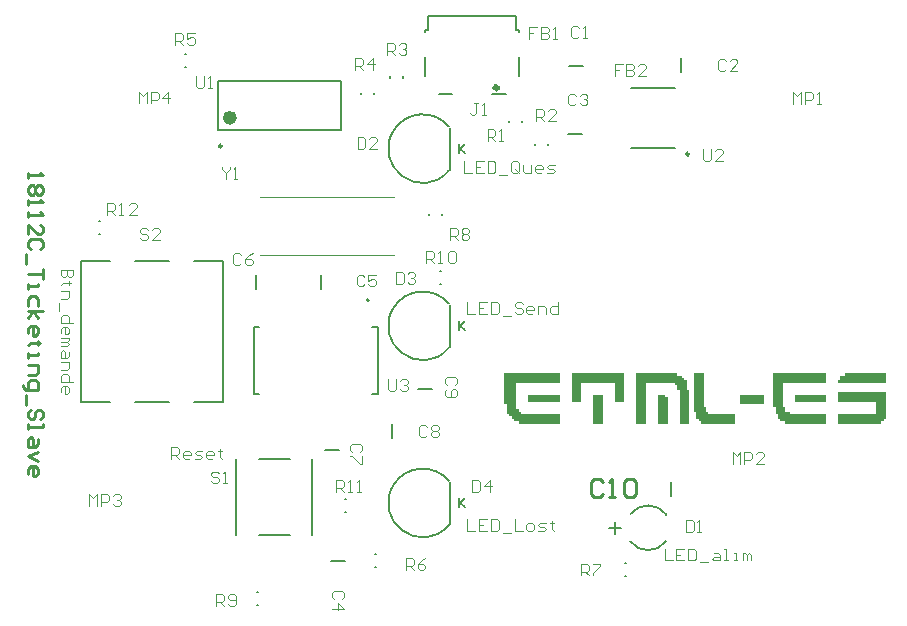
<source format=gbr>
%TF.GenerationSoftware,Altium Limited,Altium Designer,21.6.1 (37)*%
G04 Layer_Color=65535*
%FSLAX43Y43*%
%MOMM*%
%TF.SameCoordinates,1E6E8873-E5BF-4629-9129-2C513CDE5FDC*%
%TF.FilePolarity,Positive*%
%TF.FileFunction,Legend,Top*%
%TF.Part,Single*%
G01*
G75*
%TA.AperFunction,NonConductor*%
%ADD41C,0.200*%
%ADD42C,0.250*%
%ADD43C,0.600*%
%ADD44C,0.400*%
%ADD45C,0.127*%
%ADD46C,0.100*%
%ADD47C,0.150*%
%ADD48C,0.152*%
%ADD49C,0.254*%
G36*
X53492Y21514D02*
Y21311D01*
Y21107D01*
Y20904D01*
Y20701D01*
Y20498D01*
Y20295D01*
Y20091D01*
Y19888D01*
Y19685D01*
Y19482D01*
Y19279D01*
X52680D01*
Y19482D01*
Y19685D01*
Y19888D01*
Y20091D01*
Y20295D01*
Y20498D01*
Y20701D01*
Y20904D01*
X49835D01*
Y20701D01*
Y20498D01*
Y20295D01*
Y20091D01*
Y19888D01*
Y19685D01*
Y19482D01*
Y19279D01*
X49022D01*
Y19482D01*
Y19685D01*
Y19888D01*
Y20091D01*
Y20295D01*
Y20498D01*
Y20701D01*
Y20904D01*
Y21107D01*
Y21311D01*
Y21514D01*
Y21717D01*
X53492D01*
Y21514D01*
D02*
G37*
G36*
X48006Y19685D02*
Y19482D01*
Y19279D01*
X45364D01*
Y19482D01*
Y19685D01*
Y19888D01*
X48006D01*
Y19685D01*
D02*
G37*
G36*
X57963Y21514D02*
X58369D01*
Y21311D01*
X58572D01*
Y21107D01*
X58776D01*
Y20904D01*
Y20701D01*
Y20498D01*
Y20295D01*
X58979D01*
Y20091D01*
Y19888D01*
Y19685D01*
Y19482D01*
Y19279D01*
Y19075D01*
Y18872D01*
Y18669D01*
Y18466D01*
Y18263D01*
Y18059D01*
Y17856D01*
Y17653D01*
Y17450D01*
X58166D01*
Y17653D01*
Y17856D01*
Y18059D01*
Y18263D01*
Y18466D01*
Y18669D01*
Y18872D01*
Y19075D01*
Y19279D01*
Y19482D01*
Y19685D01*
Y19888D01*
Y20091D01*
Y20295D01*
X57963D01*
Y20498D01*
Y20701D01*
X57760D01*
Y20904D01*
X55321D01*
Y20701D01*
Y20498D01*
Y20295D01*
Y20091D01*
Y19888D01*
Y19685D01*
Y19482D01*
Y19279D01*
Y19075D01*
Y18872D01*
Y18669D01*
Y18466D01*
Y18263D01*
Y18059D01*
Y17856D01*
Y17653D01*
Y17450D01*
X54508D01*
Y17653D01*
Y17856D01*
Y18059D01*
Y18263D01*
Y18466D01*
Y18669D01*
Y18872D01*
Y19075D01*
Y19279D01*
Y19482D01*
Y19685D01*
Y19888D01*
Y20091D01*
Y20295D01*
Y20498D01*
Y20701D01*
Y20904D01*
Y21107D01*
Y21311D01*
Y21514D01*
Y21717D01*
X57963D01*
Y21514D01*
D02*
G37*
G36*
X56947Y19685D02*
X57150D01*
Y19482D01*
Y19279D01*
Y19075D01*
Y18872D01*
Y18669D01*
Y18466D01*
Y18263D01*
Y18059D01*
Y17856D01*
Y17653D01*
Y17450D01*
X56337D01*
Y17653D01*
Y17856D01*
Y18059D01*
Y18263D01*
Y18466D01*
Y18669D01*
Y18872D01*
Y19075D01*
Y19279D01*
Y19482D01*
Y19685D01*
Y19888D01*
X56947D01*
Y19685D01*
D02*
G37*
G36*
X51664D02*
Y19482D01*
Y19279D01*
Y19075D01*
Y18872D01*
Y18669D01*
Y18466D01*
Y18263D01*
Y18059D01*
Y17856D01*
Y17653D01*
Y17450D01*
X50851D01*
Y17653D01*
Y17856D01*
Y18059D01*
Y18263D01*
Y18466D01*
Y18669D01*
Y18872D01*
Y19075D01*
Y19279D01*
Y19482D01*
Y19685D01*
Y19888D01*
X51664D01*
Y19685D01*
D02*
G37*
G36*
X48006Y21514D02*
Y21311D01*
Y21107D01*
Y20904D01*
X44348D01*
Y20701D01*
Y20498D01*
Y20295D01*
Y20091D01*
Y19888D01*
Y19685D01*
Y19482D01*
Y19279D01*
Y19075D01*
Y18872D01*
Y18669D01*
X44552D01*
Y18466D01*
X44755D01*
Y18263D01*
X48006D01*
Y18059D01*
Y17856D01*
Y17653D01*
Y17450D01*
X44552D01*
Y17653D01*
X44145D01*
Y17856D01*
X43942D01*
Y18059D01*
X43739D01*
Y18263D01*
X43536D01*
Y18466D01*
Y18669D01*
Y18872D01*
Y19075D01*
X43332D01*
Y19279D01*
Y19482D01*
Y19685D01*
Y19888D01*
Y20091D01*
Y20295D01*
Y20498D01*
Y20701D01*
Y20904D01*
Y21107D01*
Y21311D01*
Y21514D01*
Y21717D01*
X48006D01*
Y21514D01*
D02*
G37*
G36*
X75641D02*
Y21311D01*
Y21107D01*
Y20904D01*
X71577D01*
Y21107D01*
X71780D01*
Y21311D01*
Y21514D01*
X72187D01*
Y21717D01*
X75641D01*
Y21514D01*
D02*
G37*
G36*
X70561Y19685D02*
Y19482D01*
Y19279D01*
X67920D01*
Y19482D01*
Y19685D01*
Y19888D01*
X70561D01*
Y19685D01*
D02*
G37*
G36*
X65278D02*
Y19482D01*
Y19279D01*
Y19075D01*
X63246D01*
Y19279D01*
Y19482D01*
Y19685D01*
Y19888D01*
X65278D01*
Y19685D01*
D02*
G37*
G36*
X75641Y19888D02*
Y19685D01*
Y19482D01*
Y19279D01*
Y19075D01*
Y18872D01*
Y18669D01*
Y18466D01*
Y18263D01*
Y18059D01*
Y17856D01*
X75438D01*
Y17653D01*
X75235D01*
Y17450D01*
X71577D01*
Y17653D01*
Y17856D01*
Y18059D01*
Y18263D01*
X74828D01*
Y18466D01*
Y18669D01*
Y18872D01*
Y19075D01*
Y19279D01*
X71577D01*
Y19482D01*
Y19685D01*
Y19888D01*
Y20091D01*
X75641D01*
Y19888D01*
D02*
G37*
G36*
X70561Y21514D02*
Y21311D01*
Y21107D01*
Y20904D01*
X66904D01*
Y20701D01*
Y20498D01*
Y20295D01*
Y20091D01*
Y19888D01*
Y19685D01*
Y19482D01*
Y19279D01*
Y19075D01*
Y18872D01*
X67107D01*
Y18669D01*
Y18466D01*
X67513D01*
Y18263D01*
X70561D01*
Y18059D01*
Y17856D01*
Y17653D01*
Y17450D01*
X67107D01*
Y17653D01*
X66700D01*
Y17856D01*
X66497D01*
Y18059D01*
Y18263D01*
X66294D01*
Y18466D01*
Y18669D01*
Y18872D01*
X66091D01*
Y19075D01*
Y19279D01*
Y19482D01*
Y19685D01*
Y19888D01*
Y20091D01*
Y20295D01*
Y20498D01*
Y20701D01*
Y20904D01*
Y21107D01*
Y21311D01*
Y21514D01*
Y21717D01*
X70561D01*
Y21514D01*
D02*
G37*
G36*
X60198D02*
Y21311D01*
Y21107D01*
Y20904D01*
Y20701D01*
Y20498D01*
Y20295D01*
Y20091D01*
Y19888D01*
Y19685D01*
Y19482D01*
Y19279D01*
Y19075D01*
Y18872D01*
X60401D01*
Y18669D01*
Y18466D01*
X60604D01*
Y18263D01*
X62840D01*
Y18059D01*
Y17856D01*
Y17653D01*
Y17450D01*
X59995D01*
Y17653D01*
X59792D01*
Y17856D01*
X59588D01*
Y18059D01*
Y18263D01*
Y18466D01*
X59385D01*
Y18669D01*
Y18872D01*
Y19075D01*
Y19279D01*
Y19482D01*
Y19685D01*
Y19888D01*
Y20091D01*
Y20295D01*
Y20498D01*
Y20701D01*
Y20904D01*
Y21107D01*
Y21311D01*
Y21514D01*
Y21717D01*
X60198D01*
Y21514D01*
D02*
G37*
D41*
X31852Y27895D02*
G03*
X31852Y27895I-100J0D01*
G01*
X38638Y12603D02*
G03*
X33940Y12266I-2228J-1857D01*
G01*
X34041Y12419D02*
G03*
X38649Y8903I2369J-1672D01*
G01*
X38638Y27603D02*
G03*
X33940Y27266I-2228J-1857D01*
G01*
X34041Y27419D02*
G03*
X38649Y23903I2369J-1672D01*
G01*
X38638Y42603D02*
G03*
X33940Y42266I-2228J-1857D01*
G01*
X34041Y42419D02*
G03*
X38649Y38903I2369J-1672D01*
G01*
X57019Y9776D02*
G03*
X53987Y9787I-1520J-1140D01*
G01*
X53987Y7485D02*
G03*
X57019Y7496I1512J1151D01*
G01*
X57400Y11311D02*
Y12511D01*
X37884Y30395D02*
X37984D01*
X37884Y29295D02*
X37984D01*
X32335Y6392D02*
X32435D01*
X32335Y5292D02*
X32435D01*
X28610Y5842D02*
X29810D01*
X22390Y2117D02*
X22490D01*
X22390Y3217D02*
X22490D01*
X22300Y28849D02*
Y30049D01*
X27835Y28849D02*
Y30049D01*
X54050Y45882D02*
X57750D01*
X54050Y40782D02*
X57750D01*
X16250Y48763D02*
X16350D01*
X16250Y47662D02*
X16350D01*
X31150Y45350D02*
Y45450D01*
X32250Y45350D02*
Y45450D01*
X33657Y46750D02*
Y46850D01*
X34757Y46750D02*
Y46850D01*
X29487Y42350D02*
Y46450D01*
X19087Y42350D02*
Y46450D01*
X29487D01*
X19087Y42350D02*
X29487D01*
X7510Y19246D02*
Y31246D01*
X19510Y19246D02*
Y31246D01*
X7510Y19246D02*
X9950D01*
X12080D02*
X14940D01*
X17070D02*
X19510D01*
X17070Y31246D02*
X19510D01*
X12080D02*
X14940D01*
X7510D02*
X9950D01*
X22540Y8065D02*
X25140D01*
X22540Y14465D02*
X25140D01*
X20640Y8065D02*
Y14465D01*
X27040Y8065D02*
Y14465D01*
X8967Y33486D02*
X9067D01*
X8967Y34586D02*
X9067D01*
X29853Y11050D02*
X29953D01*
X29853Y9950D02*
X29953D01*
X36915Y35129D02*
Y35229D01*
X38015Y35129D02*
Y35229D01*
X53544Y5630D02*
X53644D01*
X53544Y4530D02*
X53644D01*
X45900Y41013D02*
Y41113D01*
X47000Y41013D02*
Y41113D01*
X43694Y42957D02*
Y43057D01*
X44794Y42957D02*
Y43057D01*
X38696Y8968D02*
Y12524D01*
Y23968D02*
Y27524D01*
Y38968D02*
Y42524D01*
X52709Y8136D02*
Y9136D01*
X52209Y8636D02*
X53209D01*
X57019Y9776D02*
X57023Y9721D01*
X57019Y7496D02*
X57023Y7551D01*
X28135Y15240D02*
X29335D01*
X36000Y20407D02*
X37200D01*
X33845Y16220D02*
Y17420D01*
X48684Y41963D02*
X49884D01*
X58300Y47200D02*
Y48400D01*
X48784Y47700D02*
X49984D01*
D42*
X58975Y40282D02*
G03*
X58975Y40282I-125J0D01*
G01*
X19412Y40950D02*
G03*
X19412Y40950I-125J0D01*
G01*
D43*
X20387Y43350D02*
G03*
X20387Y43350I-300J0D01*
G01*
D44*
X42783Y45891D02*
G03*
X42783Y45891I-141J0D01*
G01*
D45*
X32607Y20000D02*
Y25600D01*
X22107Y20000D02*
Y25600D01*
X32147D02*
X32607D01*
X32147Y20000D02*
X32607D01*
X22107Y25600D02*
X22567D01*
X22107Y20000D02*
X22567D01*
D46*
X22621Y31750D02*
X34021D01*
X22621Y36650D02*
X34021D01*
X40200Y9366D02*
Y8367D01*
X40866D01*
X41866Y9366D02*
X41200D01*
Y8367D01*
X41866D01*
X41200Y8866D02*
X41533D01*
X42199Y9366D02*
Y8367D01*
X42699D01*
X42866Y8533D01*
Y9200D01*
X42699Y9366D01*
X42199D01*
X43199Y8200D02*
X43865D01*
X44199Y9366D02*
Y8367D01*
X44865D01*
X45365D02*
X45698D01*
X45865Y8533D01*
Y8866D01*
X45698Y9033D01*
X45365D01*
X45198Y8866D01*
Y8533D01*
X45365Y8367D01*
X46198D02*
X46698D01*
X46865Y8533D01*
X46698Y8700D01*
X46365D01*
X46198Y8866D01*
X46365Y9033D01*
X46865D01*
X47364Y9200D02*
Y9033D01*
X47198D01*
X47531D01*
X47364D01*
Y8533D01*
X47531Y8367D01*
X40200Y27720D02*
Y26720D01*
X40866D01*
X41866Y27720D02*
X41200D01*
Y26720D01*
X41866D01*
X41200Y27220D02*
X41533D01*
X42199Y27720D02*
Y26720D01*
X42699D01*
X42866Y26887D01*
Y27553D01*
X42699Y27720D01*
X42199D01*
X43199Y26554D02*
X43865D01*
X44865Y27553D02*
X44699Y27720D01*
X44365D01*
X44199Y27553D01*
Y27387D01*
X44365Y27220D01*
X44699D01*
X44865Y27054D01*
Y26887D01*
X44699Y26720D01*
X44365D01*
X44199Y26887D01*
X45698Y26720D02*
X45365D01*
X45198Y26887D01*
Y27220D01*
X45365Y27387D01*
X45698D01*
X45865Y27220D01*
Y27054D01*
X45198D01*
X46198Y26720D02*
Y27387D01*
X46698D01*
X46865Y27220D01*
Y26720D01*
X47864Y27720D02*
Y26720D01*
X47364D01*
X47198Y26887D01*
Y27220D01*
X47364Y27387D01*
X47864D01*
X15100Y14500D02*
Y15500D01*
X15600D01*
X15766Y15333D01*
Y15000D01*
X15600Y14833D01*
X15100D01*
X15433D02*
X15766Y14500D01*
X16600D02*
X16266D01*
X16100Y14667D01*
Y15000D01*
X16266Y15166D01*
X16600D01*
X16766Y15000D01*
Y14833D01*
X16100D01*
X17099Y14500D02*
X17599D01*
X17766Y14667D01*
X17599Y14833D01*
X17266D01*
X17099Y15000D01*
X17266Y15166D01*
X17766D01*
X18599Y14500D02*
X18266D01*
X18099Y14667D01*
Y15000D01*
X18266Y15166D01*
X18599D01*
X18765Y15000D01*
Y14833D01*
X18099D01*
X19265Y15333D02*
Y15166D01*
X19099D01*
X19432D01*
X19265D01*
Y14667D01*
X19432Y14500D01*
X6766Y30500D02*
X5767D01*
Y30000D01*
X5933Y29834D01*
X6100D01*
X6266Y30000D01*
Y30500D01*
Y30000D01*
X6433Y29834D01*
X6600D01*
X6766Y30000D01*
Y30500D01*
X6600Y29334D02*
X6433D01*
Y29500D01*
Y29167D01*
Y29334D01*
X5933D01*
X5767Y29167D01*
Y28667D02*
X6433D01*
Y28167D01*
X6266Y28001D01*
X5767D01*
X5600Y27668D02*
Y27001D01*
X6766Y26001D02*
X5767D01*
Y26501D01*
X5933Y26668D01*
X6266D01*
X6433Y26501D01*
Y26001D01*
X5767Y25168D02*
Y25502D01*
X5933Y25668D01*
X6266D01*
X6433Y25502D01*
Y25168D01*
X6266Y25002D01*
X6100D01*
Y25668D01*
X5767Y24669D02*
X6433D01*
Y24502D01*
X6266Y24335D01*
X5767D01*
X6266D01*
X6433Y24169D01*
X6266Y24002D01*
X5767D01*
X6433Y23502D02*
Y23169D01*
X6266Y23002D01*
X5767D01*
Y23502D01*
X5933Y23669D01*
X6100Y23502D01*
Y23002D01*
X5767Y22669D02*
X6433D01*
Y22169D01*
X6266Y22003D01*
X5767D01*
X6766Y21003D02*
X5767D01*
Y21503D01*
X5933Y21670D01*
X6266D01*
X6433Y21503D01*
Y21003D01*
X5767Y20170D02*
Y20503D01*
X5933Y20670D01*
X6266D01*
X6433Y20503D01*
Y20170D01*
X6266Y20003D01*
X6100D01*
Y20670D01*
X39910Y39688D02*
Y38688D01*
X40577D01*
X41576Y39688D02*
X40910D01*
Y38688D01*
X41576D01*
X40910Y39188D02*
X41243D01*
X41909Y39688D02*
Y38688D01*
X42409D01*
X42576Y38854D01*
Y39521D01*
X42409Y39688D01*
X41909D01*
X42909Y38521D02*
X43576D01*
X44575Y38854D02*
Y39521D01*
X44409Y39688D01*
X44075D01*
X43909Y39521D01*
Y38854D01*
X44075Y38688D01*
X44409D01*
X44242Y39021D02*
X44575Y38688D01*
X44409D02*
X44575Y38854D01*
X44908Y39354D02*
Y38854D01*
X45075Y38688D01*
X45575D01*
Y39354D01*
X46408Y38688D02*
X46075D01*
X45908Y38854D01*
Y39188D01*
X46075Y39354D01*
X46408D01*
X46575Y39188D01*
Y39021D01*
X45908D01*
X46908Y38688D02*
X47408D01*
X47574Y38854D01*
X47408Y39021D01*
X47074D01*
X46908Y39188D01*
X47074Y39354D01*
X47574D01*
X56900Y6866D02*
Y5867D01*
X57566D01*
X58566Y6866D02*
X57900D01*
Y5867D01*
X58566D01*
X57900Y6366D02*
X58233D01*
X58899Y6866D02*
Y5867D01*
X59399D01*
X59566Y6033D01*
Y6700D01*
X59399Y6866D01*
X58899D01*
X59899Y5700D02*
X60565D01*
X61065Y6533D02*
X61399D01*
X61565Y6366D01*
Y5867D01*
X61065D01*
X60899Y6033D01*
X61065Y6200D01*
X61565D01*
X61898Y5867D02*
X62232D01*
X62065D01*
Y6866D01*
X61898D01*
X62731Y5867D02*
X63065D01*
X62898D01*
Y6533D01*
X62731D01*
X63565Y5867D02*
Y6533D01*
X63731D01*
X63898Y6366D01*
Y5867D01*
Y6366D01*
X64064Y6533D01*
X64231Y6366D01*
Y5867D01*
X33500Y21200D02*
Y20367D01*
X33667Y20200D01*
X34000D01*
X34166Y20367D01*
Y21200D01*
X34500Y21033D02*
X34666Y21200D01*
X35000D01*
X35166Y21033D01*
Y20866D01*
X35000Y20700D01*
X34833D01*
X35000D01*
X35166Y20533D01*
Y20367D01*
X35000Y20200D01*
X34666D01*
X34500Y20367D01*
X19396Y39200D02*
Y39033D01*
X19729Y38700D01*
X20062Y39033D01*
Y39200D01*
X19729Y38700D02*
Y38200D01*
X20395D02*
X20728D01*
X20562D01*
Y39200D01*
X20395Y39033D01*
X21033Y31747D02*
X20867Y31914D01*
X20534D01*
X20367Y31747D01*
Y31081D01*
X20534Y30914D01*
X20867D01*
X21033Y31081D01*
X22033Y31914D02*
X21700Y31747D01*
X21367Y31414D01*
Y31081D01*
X21533Y30914D01*
X21866D01*
X22033Y31081D01*
Y31248D01*
X21866Y31414D01*
X21367D01*
X31484Y29902D02*
X31318Y30069D01*
X30984D01*
X30818Y29902D01*
Y29236D01*
X30984Y29069D01*
X31318D01*
X31484Y29236D01*
X32484Y30069D02*
X31818D01*
Y29569D01*
X32151Y29736D01*
X32317D01*
X32484Y29569D01*
Y29236D01*
X32317Y29069D01*
X31984D01*
X31818Y29236D01*
X60167Y40700D02*
Y39867D01*
X60334Y39700D01*
X60667D01*
X60833Y39867D01*
Y40700D01*
X61833Y39700D02*
X61167D01*
X61833Y40367D01*
Y40533D01*
X61666Y40700D01*
X61333D01*
X61167Y40533D01*
X34981Y5088D02*
Y6088D01*
X35481D01*
X35647Y5921D01*
Y5588D01*
X35481Y5421D01*
X34981D01*
X35314D02*
X35647Y5088D01*
X36647Y6088D02*
X36314Y5921D01*
X35981Y5588D01*
Y5255D01*
X36147Y5088D01*
X36480D01*
X36647Y5255D01*
Y5421D01*
X36480Y5588D01*
X35981D01*
X15467Y49500D02*
Y50500D01*
X15967D01*
X16133Y50333D01*
Y50000D01*
X15967Y49833D01*
X15467D01*
X15800D02*
X16133Y49500D01*
X17133Y50500D02*
X16467D01*
Y50000D01*
X16800Y50167D01*
X16966D01*
X17133Y50000D01*
Y49667D01*
X16966Y49500D01*
X16633D01*
X16467Y49667D01*
X30667Y47400D02*
Y48400D01*
X31167D01*
X31333Y48233D01*
Y47900D01*
X31167Y47733D01*
X30667D01*
X31000D02*
X31333Y47400D01*
X32166D02*
Y48400D01*
X31667Y47900D01*
X32333D01*
X33374Y48645D02*
Y49645D01*
X33874D01*
X34040Y49478D01*
Y49145D01*
X33874Y48978D01*
X33374D01*
X33707D02*
X34040Y48645D01*
X34374Y49478D02*
X34540Y49645D01*
X34873D01*
X35040Y49478D01*
Y49311D01*
X34873Y49145D01*
X34707D01*
X34873D01*
X35040Y48978D01*
Y48812D01*
X34873Y48645D01*
X34540D01*
X34374Y48812D01*
X53334Y47900D02*
X52667D01*
Y47400D01*
X53000D01*
X52667D01*
Y46900D01*
X53667Y47900D02*
Y46900D01*
X54167D01*
X54333Y47067D01*
Y47233D01*
X54167Y47400D01*
X53667D01*
X54167D01*
X54333Y47567D01*
Y47733D01*
X54167Y47900D01*
X53667D01*
X55333Y46900D02*
X54666D01*
X55333Y47567D01*
Y47733D01*
X55166Y47900D01*
X54833D01*
X54666Y47733D01*
X46100Y51000D02*
X45434D01*
Y50500D01*
X45767D01*
X45434D01*
Y50000D01*
X46433Y51000D02*
Y50000D01*
X46933D01*
X47100Y50167D01*
Y50333D01*
X46933Y50500D01*
X46433D01*
X46933D01*
X47100Y50667D01*
Y50833D01*
X46933Y51000D01*
X46433D01*
X47433Y50000D02*
X47766D01*
X47600D01*
Y51000D01*
X47433Y50833D01*
X18900Y2000D02*
Y3000D01*
X19400D01*
X19566Y2833D01*
Y2500D01*
X19400Y2333D01*
X18900D01*
X19233D02*
X19566Y2000D01*
X19900Y2167D02*
X20066Y2000D01*
X20400D01*
X20566Y2167D01*
Y2833D01*
X20400Y3000D01*
X20066D01*
X19900Y2833D01*
Y2666D01*
X20066Y2500D01*
X20566D01*
X17200Y46900D02*
Y46067D01*
X17367Y45900D01*
X17700D01*
X17866Y46067D01*
Y46900D01*
X18200Y45900D02*
X18533D01*
X18366D01*
Y46900D01*
X18200Y46733D01*
X13167Y33853D02*
X13000Y34020D01*
X12667D01*
X12500Y33853D01*
Y33686D01*
X12667Y33520D01*
X13000D01*
X13167Y33353D01*
Y33187D01*
X13000Y33020D01*
X12667D01*
X12500Y33187D01*
X14166Y33020D02*
X13500D01*
X14166Y33686D01*
Y33853D01*
X14000Y34020D01*
X13666D01*
X13500Y33853D01*
X19166Y13233D02*
X19000Y13400D01*
X18667D01*
X18500Y13233D01*
Y13066D01*
X18667Y12900D01*
X19000D01*
X19166Y12733D01*
Y12567D01*
X19000Y12400D01*
X18667D01*
X18500Y12567D01*
X19500Y12400D02*
X19833D01*
X19666D01*
Y13400D01*
X19500Y13233D01*
X9700Y35100D02*
Y36100D01*
X10200D01*
X10366Y35933D01*
Y35600D01*
X10200Y35433D01*
X9700D01*
X10033D02*
X10366Y35100D01*
X10700D02*
X11033D01*
X10866D01*
Y36100D01*
X10700Y35933D01*
X12199Y35100D02*
X11533D01*
X12199Y35766D01*
Y35933D01*
X12033Y36100D01*
X11699D01*
X11533Y35933D01*
X29053Y11700D02*
Y12700D01*
X29553D01*
X29720Y12533D01*
Y12200D01*
X29553Y12033D01*
X29053D01*
X29386D02*
X29720Y11700D01*
X30053D02*
X30386D01*
X30220D01*
Y12700D01*
X30053Y12533D01*
X30886Y11700D02*
X31219D01*
X31053D01*
Y12700D01*
X30886Y12533D01*
X36703Y31091D02*
Y32091D01*
X37203D01*
X37369Y31924D01*
Y31591D01*
X37203Y31424D01*
X36703D01*
X37036D02*
X37369Y31091D01*
X37703D02*
X38036D01*
X37869D01*
Y32091D01*
X37703Y31924D01*
X38536D02*
X38702Y32091D01*
X39036D01*
X39202Y31924D01*
Y31258D01*
X39036Y31091D01*
X38702D01*
X38536Y31258D01*
Y31924D01*
X38700Y33000D02*
Y34000D01*
X39200D01*
X39366Y33833D01*
Y33500D01*
X39200Y33333D01*
X38700D01*
X39033D02*
X39366Y33000D01*
X39700Y33833D02*
X39866Y34000D01*
X40200D01*
X40366Y33833D01*
Y33666D01*
X40200Y33500D01*
X40366Y33333D01*
Y33167D01*
X40200Y33000D01*
X39866D01*
X39700Y33167D01*
Y33333D01*
X39866Y33500D01*
X39700Y33666D01*
Y33833D01*
X39866Y33500D02*
X40200D01*
X49800Y4600D02*
Y5600D01*
X50300D01*
X50466Y5433D01*
Y5100D01*
X50300Y4933D01*
X49800D01*
X50133D02*
X50466Y4600D01*
X50800Y5600D02*
X51466D01*
Y5433D01*
X50800Y4767D01*
Y4600D01*
X46000Y43100D02*
Y44100D01*
X46500D01*
X46666Y43933D01*
Y43600D01*
X46500Y43433D01*
X46000D01*
X46333D02*
X46666Y43100D01*
X47666D02*
X47000D01*
X47666Y43766D01*
Y43933D01*
X47500Y44100D01*
X47166D01*
X47000Y43933D01*
X41900Y41400D02*
Y42400D01*
X42400D01*
X42566Y42233D01*
Y41900D01*
X42400Y41733D01*
X41900D01*
X42233D02*
X42566Y41400D01*
X42900D02*
X43233D01*
X43066D01*
Y42400D01*
X42900Y42233D01*
X41066Y44600D02*
X40733D01*
X40900D01*
Y43767D01*
X40733Y43600D01*
X40567D01*
X40400Y43767D01*
X41400Y43600D02*
X41733D01*
X41566D01*
Y44600D01*
X41400Y44433D01*
X40600Y12700D02*
Y11700D01*
X41100D01*
X41266Y11867D01*
Y12533D01*
X41100Y12700D01*
X40600D01*
X42100Y11700D02*
Y12700D01*
X41600Y12200D01*
X42266D01*
X34128Y30300D02*
Y29300D01*
X34628D01*
X34795Y29467D01*
Y30133D01*
X34628Y30300D01*
X34128D01*
X35128Y30133D02*
X35295Y30300D01*
X35628D01*
X35794Y30133D01*
Y29966D01*
X35628Y29800D01*
X35461D01*
X35628D01*
X35794Y29633D01*
Y29467D01*
X35628Y29300D01*
X35295D01*
X35128Y29467D01*
X30900Y41746D02*
Y40746D01*
X31400D01*
X31566Y40913D01*
Y41579D01*
X31400Y41746D01*
X30900D01*
X32566Y40746D02*
X31900D01*
X32566Y41413D01*
Y41579D01*
X32400Y41746D01*
X32066D01*
X31900Y41579D01*
X58678Y9302D02*
Y8302D01*
X59178D01*
X59344Y8469D01*
Y9135D01*
X59178Y9302D01*
X58678D01*
X59678Y8302D02*
X60011D01*
X59844D01*
Y9302D01*
X59678Y9135D01*
X31115Y15034D02*
X31282Y15200D01*
Y15533D01*
X31115Y15700D01*
X30449D01*
X30282Y15533D01*
Y15200D01*
X30449Y15034D01*
X31282Y14700D02*
Y14034D01*
X31115D01*
X30449Y14700D01*
X30282D01*
X39133Y20734D02*
X39300Y20900D01*
Y21233D01*
X39133Y21400D01*
X38467D01*
X38300Y21233D01*
Y20900D01*
X38467Y20734D01*
Y20400D02*
X38300Y20234D01*
Y19900D01*
X38467Y19734D01*
X39133D01*
X39300Y19900D01*
Y20234D01*
X39133Y20400D01*
X38966D01*
X38800Y20234D01*
Y19734D01*
X36766Y17133D02*
X36600Y17300D01*
X36267D01*
X36100Y17133D01*
Y16467D01*
X36267Y16300D01*
X36600D01*
X36766Y16467D01*
X37100Y17133D02*
X37266Y17300D01*
X37600D01*
X37766Y17133D01*
Y16966D01*
X37600Y16800D01*
X37766Y16633D01*
Y16467D01*
X37600Y16300D01*
X37266D01*
X37100Y16467D01*
Y16633D01*
X37266Y16800D01*
X37100Y16966D01*
Y17133D01*
X37266Y16800D02*
X37600D01*
X29568Y2634D02*
X29735Y2800D01*
Y3133D01*
X29568Y3300D01*
X28902D01*
X28735Y3133D01*
Y2800D01*
X28902Y2634D01*
X28735Y1800D02*
X29735D01*
X29235Y2300D01*
Y1634D01*
X49366Y45233D02*
X49200Y45400D01*
X48867D01*
X48700Y45233D01*
Y44567D01*
X48867Y44400D01*
X49200D01*
X49366Y44567D01*
X49700Y45233D02*
X49866Y45400D01*
X50200D01*
X50366Y45233D01*
Y45066D01*
X50200Y44900D01*
X50033D01*
X50200D01*
X50366Y44733D01*
Y44567D01*
X50200Y44400D01*
X49866D01*
X49700Y44567D01*
X62066Y48133D02*
X61900Y48300D01*
X61567D01*
X61400Y48133D01*
Y47467D01*
X61567Y47300D01*
X61900D01*
X62066Y47467D01*
X63066Y47300D02*
X62400D01*
X63066Y47966D01*
Y48133D01*
X62900Y48300D01*
X62566D01*
X62400Y48133D01*
X49666Y50933D02*
X49500Y51100D01*
X49167D01*
X49000Y50933D01*
Y50267D01*
X49167Y50100D01*
X49500D01*
X49666Y50267D01*
X50000Y50100D02*
X50333D01*
X50166D01*
Y51100D01*
X50000Y50933D01*
X67800Y44500D02*
Y45500D01*
X68133Y45166D01*
X68466Y45500D01*
Y44500D01*
X68800D02*
Y45500D01*
X69300D01*
X69466Y45333D01*
Y45000D01*
X69300Y44833D01*
X68800D01*
X69799Y44500D02*
X70133D01*
X69966D01*
Y45500D01*
X69799Y45333D01*
X62649Y14058D02*
Y15058D01*
X62982Y14725D01*
X63315Y15058D01*
Y14058D01*
X63648D02*
Y15058D01*
X64148D01*
X64315Y14891D01*
Y14558D01*
X64148Y14392D01*
X63648D01*
X65314Y14058D02*
X64648D01*
X65314Y14725D01*
Y14891D01*
X65148Y15058D01*
X64815D01*
X64648Y14891D01*
X8165Y10500D02*
Y11500D01*
X8498Y11166D01*
X8832Y11500D01*
Y10500D01*
X9165D02*
Y11500D01*
X9665D01*
X9831Y11333D01*
Y11000D01*
X9665Y10833D01*
X9165D01*
X10164Y11333D02*
X10331Y11500D01*
X10664D01*
X10831Y11333D01*
Y11166D01*
X10664Y11000D01*
X10498D01*
X10664D01*
X10831Y10833D01*
Y10667D01*
X10664Y10500D01*
X10331D01*
X10164Y10667D01*
X12382Y44564D02*
Y45563D01*
X12715Y45230D01*
X13048Y45563D01*
Y44564D01*
X13382D02*
Y45563D01*
X13882D01*
X14048Y45397D01*
Y45064D01*
X13882Y44897D01*
X13382D01*
X14881Y44564D02*
Y45563D01*
X14381Y45064D01*
X15048D01*
D47*
X36600Y50651D02*
Y50791D01*
Y46921D02*
Y48521D01*
X44600Y46921D02*
Y48521D01*
Y50651D02*
Y50791D01*
X42300Y45391D02*
X43430D01*
X37770D02*
X38900D01*
X44300Y50791D02*
X44600D01*
X44300D02*
Y51991D01*
X36900D02*
X44300D01*
X36900Y50791D02*
Y51991D01*
X36600Y50791D02*
X36900D01*
D48*
X39458Y11127D02*
Y10365D01*
Y10619D01*
X39966Y11127D01*
X39585Y10746D01*
X39966Y10365D01*
X39458Y26127D02*
Y25365D01*
Y25619D01*
X39966Y26127D01*
X39585Y25746D01*
X39966Y25365D01*
X39458Y41127D02*
Y40365D01*
Y40619D01*
X39966Y41127D01*
X39585Y40746D01*
X39966Y40365D01*
D49*
X3000Y38700D02*
Y38282D01*
Y38491D01*
X4254D01*
X4045Y38700D01*
Y37655D02*
X4254Y37446D01*
Y37029D01*
X4045Y36820D01*
X3836D01*
X3627Y37029D01*
X3418Y36820D01*
X3209D01*
X3000Y37029D01*
Y37446D01*
X3209Y37655D01*
X3418D01*
X3627Y37446D01*
X3836Y37655D01*
X4045D01*
X3627Y37446D02*
Y37029D01*
X3000Y36402D02*
Y35984D01*
Y36193D01*
X4254D01*
X4045Y36402D01*
X3000Y35357D02*
Y34939D01*
Y35148D01*
X4254D01*
X4045Y35357D01*
X3000Y33477D02*
Y34312D01*
X3836Y33477D01*
X4045D01*
X4254Y33686D01*
Y34103D01*
X4045Y34312D01*
Y32223D02*
X4254Y32432D01*
Y32850D01*
X4045Y33059D01*
X3209D01*
X3000Y32850D01*
Y32432D01*
X3209Y32223D01*
X2791Y31805D02*
Y30969D01*
X4254Y30552D02*
Y29716D01*
Y30134D01*
X3000D01*
Y29298D02*
Y28880D01*
Y29089D01*
X3836D01*
Y29298D01*
Y27418D02*
Y28044D01*
X3627Y28253D01*
X3209D01*
X3000Y28044D01*
Y27418D01*
Y27000D02*
X4254D01*
X3418D02*
X3836Y26373D01*
X3418Y27000D02*
X3000Y26373D01*
Y25119D02*
Y25537D01*
X3209Y25746D01*
X3627D01*
X3836Y25537D01*
Y25119D01*
X3627Y24910D01*
X3418D01*
Y25746D01*
X4045Y24284D02*
X3836D01*
Y24493D01*
Y24075D01*
Y24284D01*
X3209D01*
X3000Y24075D01*
Y23448D02*
Y23030D01*
Y23239D01*
X3836D01*
Y23448D01*
X3000Y22403D02*
X3836D01*
Y21776D01*
X3627Y21568D01*
X3000D01*
X2582Y20732D02*
Y20523D01*
X2791Y20314D01*
X3836D01*
Y20941D01*
X3627Y21150D01*
X3209D01*
X3000Y20941D01*
Y20314D01*
X2791Y19896D02*
Y19060D01*
X4045Y17807D02*
X4254Y18016D01*
Y18434D01*
X4045Y18642D01*
X3836D01*
X3627Y18434D01*
Y18016D01*
X3418Y17807D01*
X3209D01*
X3000Y18016D01*
Y18434D01*
X3209Y18642D01*
X3000Y17389D02*
Y16971D01*
Y17180D01*
X4254D01*
Y17389D01*
X3836Y16135D02*
Y15717D01*
X3627Y15508D01*
X3000D01*
Y16135D01*
X3209Y16344D01*
X3418Y16135D01*
Y15508D01*
X3836Y15091D02*
X3000Y14673D01*
X3836Y14255D01*
X3000Y13210D02*
Y13628D01*
X3209Y13837D01*
X3627D01*
X3836Y13628D01*
Y13210D01*
X3627Y13001D01*
X3418D01*
Y13837D01*
X51711Y12508D02*
X51457Y12762D01*
X50950D01*
X50696Y12508D01*
Y11492D01*
X50950Y11238D01*
X51457D01*
X51711Y11492D01*
X52219Y11238D02*
X52727D01*
X52473D01*
Y12762D01*
X52219Y12508D01*
X53489D02*
X53743Y12762D01*
X54250D01*
X54504Y12508D01*
Y11492D01*
X54250Y11238D01*
X53743D01*
X53489Y11492D01*
Y12508D01*
%TF.MD5,74c0e5139bb8a7a532130b5e35540ab2*%
M02*

</source>
